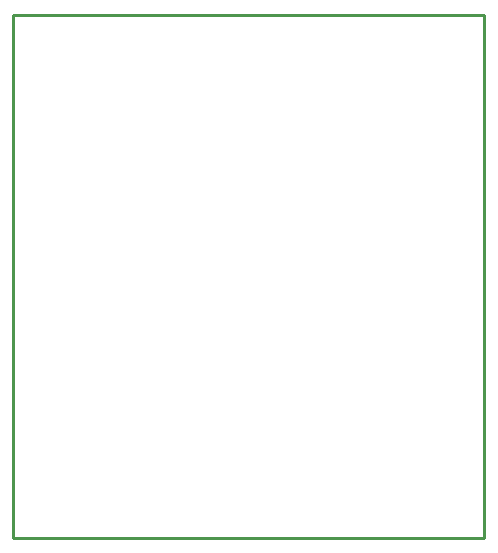
<source format=gko>
%FSLAX25Y25*%
%MOIN*%
G70*
G01*
G75*
G04 Layer_Color=16711935*
%ADD10O,0.09843X0.02756*%
%ADD11O,0.02362X0.08661*%
%ADD12R,0.03740X0.05315*%
%ADD13R,0.02000X0.02000*%
%ADD14R,0.04134X0.05512*%
%ADD15R,0.05512X0.04134*%
%ADD16R,0.06300X0.05500*%
%ADD17O,0.06693X0.01378*%
%ADD18R,0.03543X0.02559*%
%ADD19R,0.03543X0.03740*%
%ADD20R,0.03937X0.03937*%
%ADD21R,0.05315X0.03740*%
%ADD22R,0.06102X0.09449*%
%ADD23R,0.03937X0.03937*%
%ADD24C,0.05906*%
%ADD25C,0.01000*%
%ADD26C,0.02000*%
%ADD27C,0.01600*%
%ADD28C,0.03200*%
%ADD29C,0.02800*%
%ADD30C,0.01400*%
%ADD31C,0.10827*%
%ADD32C,0.10000*%
%ADD33R,0.07480X0.10236*%
%ADD34O,0.07480X0.10236*%
%ADD35O,0.09843X0.06693*%
%ADD36R,0.07874X0.07874*%
%ADD37C,0.07874*%
%ADD38R,0.05906X0.05906*%
%ADD39C,0.03400*%
%ADD40C,0.02400*%
%ADD41C,0.05000*%
%ADD42C,0.03150*%
%ADD43C,0.03000*%
%ADD44P,0.02828X4X270.0*%
%ADD45C,0.00984*%
%ADD46C,0.01575*%
%ADD47C,0.02362*%
%ADD48C,0.00800*%
%ADD49C,0.00787*%
%ADD50C,0.00591*%
%ADD51R,0.00730X0.02560*%
%ADD52R,0.06700X0.01800*%
%ADD53R,0.00650X0.02300*%
%ADD54R,0.05906X0.78740*%
%ADD55R,0.02300X0.00650*%
%ADD56R,0.01800X0.06700*%
%ADD57R,0.02560X0.00730*%
%ADD58O,0.10866X0.03780*%
%ADD59O,0.03386X0.09685*%
%ADD60R,0.04764X0.06339*%
%ADD61R,0.03024X0.03024*%
%ADD62R,0.05158X0.06535*%
%ADD63R,0.06535X0.05158*%
%ADD64R,0.07324X0.06524*%
%ADD65O,0.07717X0.02402*%
%ADD66R,0.04567X0.03583*%
%ADD67R,0.04567X0.04764*%
%ADD68R,0.06339X0.04764*%
%ADD69R,0.07126X0.10472*%
%ADD70C,0.06929*%
%ADD71C,0.11850*%
%ADD72C,0.11024*%
%ADD73C,0.01024*%
%ADD74R,0.08504X0.11260*%
%ADD75O,0.08504X0.11260*%
%ADD76O,0.10866X0.07717*%
%ADD77R,0.08898X0.08898*%
%ADD78C,0.08898*%
%ADD79R,0.06929X0.06929*%
%ADD80C,0.06024*%
%ADD81P,0.04276X4X270.0*%
%ADD82R,0.10000X0.00200*%
%ADD83R,0.10200X0.00200*%
%ADD84R,0.09800X0.00200*%
%ADD85R,0.22200X0.00200*%
%ADD86R,0.07400X0.00200*%
%ADD87R,0.07200X0.00200*%
%ADD88R,0.04800X0.00200*%
%ADD89R,0.03800X0.00200*%
%ADD90R,0.04000X0.00200*%
%ADD91R,0.04200X0.00200*%
%ADD92R,0.04400X0.00200*%
%ADD93R,0.04600X0.00200*%
%ADD94R,0.05000X0.00200*%
%ADD95R,0.05800X0.00200*%
%ADD96R,0.03400X0.00200*%
%ADD97R,0.06800X0.00200*%
%ADD98R,0.07800X0.00200*%
%ADD99R,0.08600X0.00200*%
%ADD100R,0.21400X0.00200*%
%ADD101R,0.21800X0.00200*%
%ADD102R,0.21000X0.00200*%
%ADD103R,0.20600X0.00200*%
%ADD104R,0.20200X0.00200*%
%ADD105R,0.20000X0.00200*%
%ADD106R,0.19800X0.00200*%
%ADD107R,0.19400X0.00200*%
%ADD108R,0.19200X0.00200*%
%ADD109R,0.19000X0.00200*%
%ADD110R,0.18600X0.00200*%
%ADD111R,0.18400X0.00200*%
%ADD112R,0.18200X0.00200*%
%ADD113R,0.09200X0.00200*%
%ADD114R,0.09000X0.00200*%
%ADD115R,0.08400X0.00200*%
%ADD116R,0.07600X0.00200*%
%ADD117R,0.08000X0.00200*%
%ADD118R,0.10400X0.00200*%
%ADD119R,0.07000X0.00200*%
%ADD120R,0.06600X0.00200*%
%ADD121R,0.00400X0.00200*%
%ADD122R,0.01000X0.00200*%
%ADD123R,0.01400X0.00200*%
%ADD124R,0.01800X0.00200*%
%ADD125R,0.02400X0.00200*%
%ADD126R,0.02800X0.00200*%
%ADD127R,0.00600X0.00200*%
%ADD128R,0.03000X0.00200*%
%ADD129R,0.02000X0.00200*%
%ADD130R,0.02600X0.00200*%
%ADD131R,0.01600X0.00200*%
D25*
X230000Y205500D02*
Y380000D01*
Y205500D02*
X387000D01*
Y380000D01*
X230000D02*
X387000D01*
M02*

</source>
